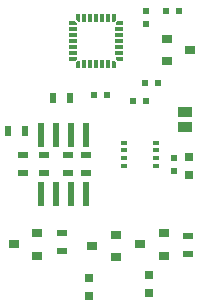
<source format=gtp>
G04 #@! TF.GenerationSoftware,KiCad,Pcbnew,(2018-02-16 revision c95340fba)-makepkg*
G04 #@! TF.CreationDate,2018-04-19T06:34:26+02:00*
G04 #@! TF.ProjectId,LIN_USB_CONVERTER,4C494E5F5553425F434F4E5645525445,rev?*
G04 #@! TF.SameCoordinates,Original*
G04 #@! TF.FileFunction,Paste,Top*
G04 #@! TF.FilePolarity,Positive*
%FSLAX46Y46*%
G04 Gerber Fmt 4.6, Leading zero omitted, Abs format (unit mm)*
G04 Created by KiCad (PCBNEW (2018-02-16 revision c95340fba)-makepkg) date 04/19/18 06:34:26*
%MOMM*%
%LPD*%
G01*
G04 APERTURE LIST*
%ADD10R,0.750000X0.800000*%
%ADD11R,0.500000X0.600000*%
%ADD12R,0.700000X0.300000*%
%ADD13R,0.300000X0.700000*%
%ADD14C,0.212000*%
%ADD15C,0.100000*%
%ADD16R,0.150000X0.150000*%
%ADD17R,0.500000X0.300000*%
%ADD18R,0.300000X0.500000*%
%ADD19R,0.600000X0.500000*%
%ADD20R,1.270000X0.970000*%
%ADD21R,0.900000X0.500000*%
%ADD22R,0.500000X0.900000*%
%ADD23R,0.900000X0.800000*%
%ADD24R,0.508000X2.000000*%
%ADD25R,0.600000X0.350000*%
G04 APERTURE END LIST*
D10*
X156351000Y-99310500D03*
X156351000Y-97810500D03*
D11*
X155081000Y-97820000D03*
X155081000Y-98920000D03*
D12*
X146532000Y-86964000D03*
D13*
X147482000Y-86014000D03*
X149482000Y-86014000D03*
D12*
X150432000Y-86964000D03*
X146532000Y-88964000D03*
X150432000Y-88464000D03*
D13*
X148982000Y-89914000D03*
X147982000Y-89914000D03*
D14*
X149984920Y-86161080D03*
D15*
G36*
X150134827Y-86161080D02*
X149984920Y-86310987D01*
X149835013Y-86161080D01*
X149984920Y-86011173D01*
X150134827Y-86161080D01*
X150134827Y-86161080D01*
G37*
D14*
X149990000Y-89766920D03*
D15*
G36*
X150139907Y-89766920D02*
X149990000Y-89916827D01*
X149840093Y-89766920D01*
X149990000Y-89617013D01*
X150139907Y-89766920D01*
X150139907Y-89766920D01*
G37*
D14*
X146974000Y-86166160D03*
D15*
G36*
X147123907Y-86166160D02*
X146974000Y-86316067D01*
X146824093Y-86166160D01*
X146974000Y-86016253D01*
X147123907Y-86166160D01*
X147123907Y-86166160D01*
G37*
D14*
X146973240Y-89762320D03*
D15*
G36*
X147123147Y-89762320D02*
X146973240Y-89912227D01*
X146823333Y-89762320D01*
X146973240Y-89612413D01*
X147123147Y-89762320D01*
X147123147Y-89762320D01*
G37*
D14*
X150284920Y-86461080D03*
D15*
G36*
X150434827Y-86461080D02*
X150284920Y-86610987D01*
X150135013Y-86461080D01*
X150284920Y-86311173D01*
X150434827Y-86461080D01*
X150434827Y-86461080D01*
G37*
D14*
X150290000Y-89472000D03*
D15*
G36*
X150439907Y-89472000D02*
X150290000Y-89621907D01*
X150140093Y-89472000D01*
X150290000Y-89322093D01*
X150439907Y-89472000D01*
X150439907Y-89472000D01*
G37*
D14*
X146684160Y-86461080D03*
D15*
G36*
X146834067Y-86461080D02*
X146684160Y-86610987D01*
X146534253Y-86461080D01*
X146684160Y-86311173D01*
X146834067Y-86461080D01*
X146834067Y-86461080D01*
G37*
D14*
X146673520Y-89467680D03*
D15*
G36*
X146823427Y-89467680D02*
X146673520Y-89617587D01*
X146523613Y-89467680D01*
X146673520Y-89317773D01*
X146823427Y-89467680D01*
X146823427Y-89467680D01*
G37*
D16*
X146749720Y-89391920D03*
X146759160Y-86536080D03*
X147049000Y-86241160D03*
X149909920Y-86236080D03*
X150209920Y-86536080D03*
X150215000Y-89397000D03*
X149915000Y-89691920D03*
X147049440Y-89686120D03*
D17*
X146424600Y-89467680D03*
D12*
X146532000Y-88464000D03*
X146532000Y-87964000D03*
X146532000Y-87464000D03*
D17*
X146434760Y-86461080D03*
D18*
X146973240Y-85911680D03*
D13*
X147982000Y-86014000D03*
X148482000Y-86014000D03*
X148982000Y-86014000D03*
D18*
X149985680Y-85911680D03*
D17*
X150534320Y-86460320D03*
D12*
X150432000Y-87464000D03*
X150432000Y-87964000D03*
X150432000Y-88964000D03*
D17*
X150539400Y-89472760D03*
D18*
X149990000Y-90016320D03*
D13*
X149482000Y-89914000D03*
X148482000Y-89914000D03*
X147482000Y-89914000D03*
D18*
X146974000Y-90013040D03*
D11*
X152668000Y-85374000D03*
X152668000Y-86474000D03*
D19*
X149408000Y-92528000D03*
X148308000Y-92528000D03*
X155504000Y-85416000D03*
X154404000Y-85416000D03*
D10*
X152922000Y-107780000D03*
X152922000Y-109280000D03*
X147842000Y-109534000D03*
X147842000Y-108034000D03*
D19*
X152710000Y-93036000D03*
X151610000Y-93036000D03*
X153726000Y-91512000D03*
X152626000Y-91512000D03*
D20*
X155970000Y-93920000D03*
X155970000Y-95200000D03*
D21*
X156224000Y-104478000D03*
X156224000Y-105978000D03*
X145556000Y-104224000D03*
X145556000Y-105724000D03*
D22*
X146306000Y-92782000D03*
X144806000Y-92782000D03*
X140996000Y-95576000D03*
X142496000Y-95576000D03*
D23*
X154462000Y-87768000D03*
X154462000Y-89668000D03*
X156462000Y-88718000D03*
X143492000Y-106112000D03*
X143492000Y-104212000D03*
X141492000Y-105162000D03*
D21*
X146064000Y-99120000D03*
X146064000Y-97620000D03*
X144032000Y-99120000D03*
X144032000Y-97620000D03*
X142254000Y-99120000D03*
X142254000Y-97620000D03*
X147588000Y-99108000D03*
X147588000Y-97608000D03*
D23*
X154192000Y-106112000D03*
X154192000Y-104212000D03*
X152192000Y-105162000D03*
X150128000Y-106244000D03*
X150128000Y-104344000D03*
X148128000Y-105294000D03*
D24*
X143778000Y-95870000D03*
X145048000Y-95870000D03*
X146318000Y-95870000D03*
X147588000Y-95870000D03*
X147588000Y-100870000D03*
X146318000Y-100870000D03*
X145048000Y-100870000D03*
X143778000Y-100870000D03*
D25*
X150820000Y-98512000D03*
X150820000Y-97862000D03*
X153560000Y-97212000D03*
X150820000Y-96562000D03*
X153560000Y-98512000D03*
X153560000Y-97862000D03*
X150820000Y-97212000D03*
X153560000Y-96562000D03*
M02*

</source>
